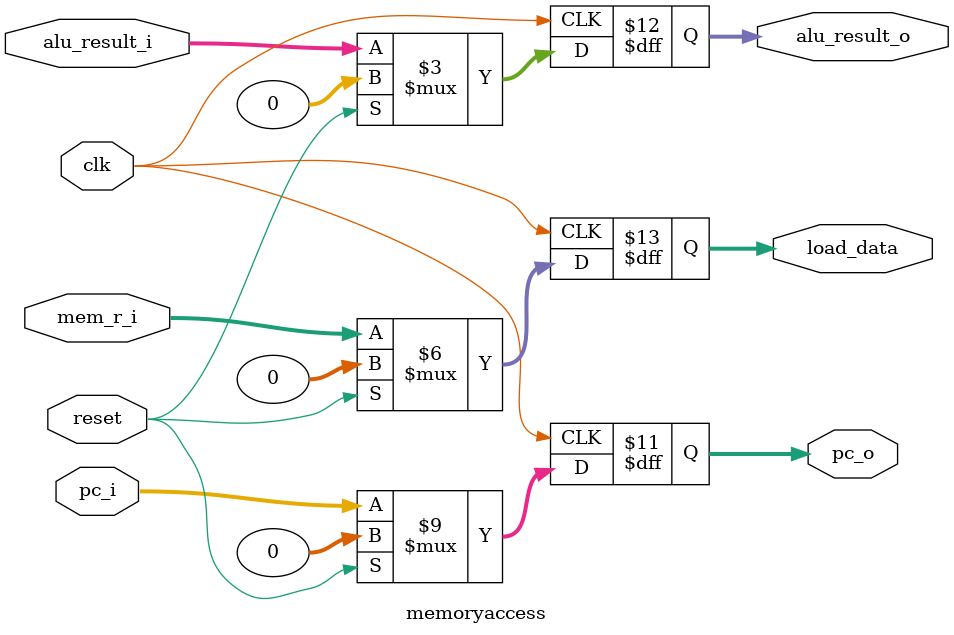
<source format=v>
/*--------------------------------------------------
Memory Access Module
--------------------------------------------------*/
module memoryaccess #(parameter WIDTH = 32, parameter ADDR_LEN = 32) (
    clk, reset, pc_i, alu_result_i, mem_r_i, pc_o, alu_result_o, load_data
);
    input clk, reset;
    input [ADDR_LEN-1:0] pc_i;
    input [WIDTH-1:0] alu_result_i;
    input [WIDTH-1:0] mem_r_i; // from the memory
    output reg [ADDR_LEN-1:0] pc_o;
    output reg [WIDTH-1:0] alu_result_o;
    output reg [WIDTH-1:0] load_data;

    // Reg MEM-WB
    always @(posedge clk) begin
        if (reset) begin
            pc_o <= 32'b0;
            load_data <= 32'b0;
            alu_result_o <= 32'b0;
        end else begin
            pc_o <= pc_i;
            load_data <= mem_r_i;
            alu_result_o <= alu_result_i;
        end
    end

endmodule
</source>
